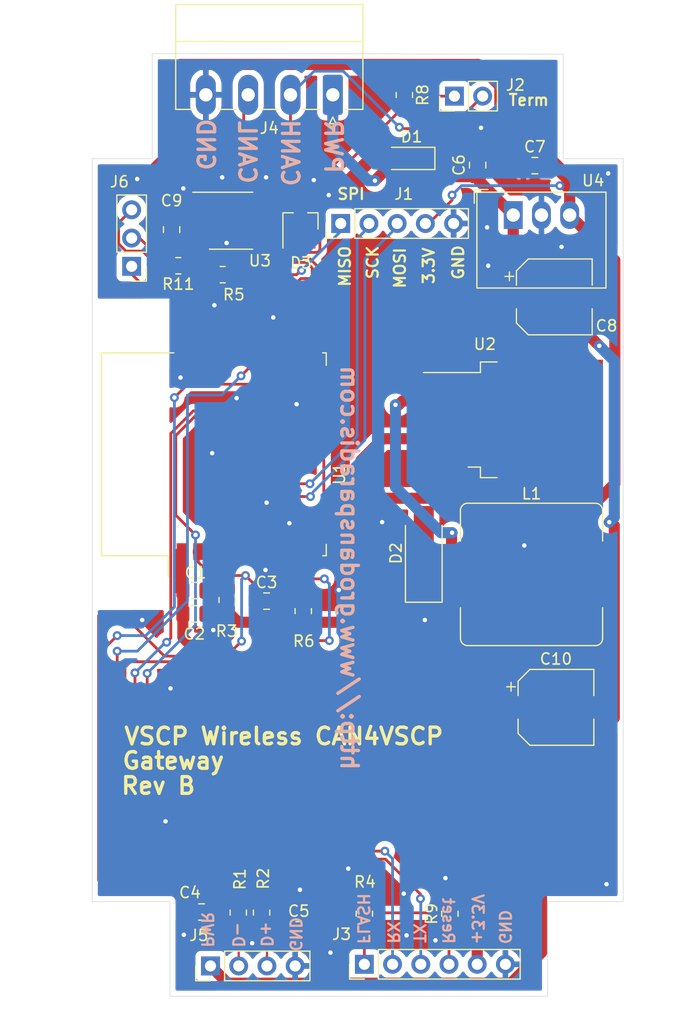
<source format=kicad_pcb>
(kicad_pcb (version 20211014) (generator pcbnew)
  (layers (0 "F.Cu" signal) (31 "B.Cu" signal) (34 "B.Paste" user) (35 "F.Paste" user) (36 "B.SilkS" user "B.Silkscreen") (37 "F.SilkS" user "F.Silkscreen") (38 "B.Mask" user) (39 "F.Mask" user) (44 "Edge.Cuts" user))
  (net 0 "")
  (net 1 "+3V3")
  (net 2 "GND")
  (net 3 "/reset")
  (net 4 "/USB D-")
  (net 5 "/USB D+")
  (net 6 "/ledb")
  (net 7 "/leda")
  (net 8 "Net-(J2-Pad1)")
  (net 9 "Net-(R1-Pad1)")
  (net 10 "Net-(R2-Pad1)")
  (net 11 "/txcan")
  (net 12 "/rxcan")
  (net 13 "/SCK")
  (net 14 "/MOSI")
  (net 15 "/MISO")
  (net 18 "+28V")
  (net 19 "/rx")
  (net 20 "/tx")
  (net 21 "Net-(J3-Pad4)")
  (net 22 "Net-(D1-Pad2)")
  (net 23 "Net-(D2-Pad1)")
  (net 24 "Net-(D3-Pad1)")
  (net 25 "Net-(D3-Pad2)")
  (net 26 "Net-(J6-Pad2)")
  (net 27 "Net-(J3-Pad1)")
  (net 29 "/io4")
  (net 30 "/io5")
  (net 31 "/io8")
  (footprint "Package_TO_SOT_SMD:SOT-23_Handsoldering" (layer "F.Cu") (at 138.45 81.05 90)
    (fp_text reference "D3")
    (fp_text value "NUP2105L" hide)
  )
  (footprint "Converter_DCDC:Converter_DCDC_RECOM_R-78B-2.0_THT" (layer "F.Cu") (at 157.6025 80.4925)
    (fp_text reference "U4")
    (fp_text value "R-78B3.3-1.0 (Recom)" hide)
  )
  (footprint "Resistor_SMD:R_0805_2012Metric" (layer "F.Cu") (at 127.45 85.05 180)
    (fp_text reference "R11")
    (fp_text value "470" hide)
  )
  (footprint "Capacitor_SMD:CP_Elec_6.3x9.9" (layer "F.Cu") (at 161.45 124.75)
    (fp_text reference "C10")
    (fp_text value "330uF/16V" hide)
  )
  (footprint "Resistor_SMD:R_0805_2012Metric_Pad1.20x1.40mm_HandSolder" (layer "F.Cu") (at 151.9 143.3125 90)
    (fp_text reference "R9")
    (fp_text value "470")
  )
  (footprint "Capacitor_SMD:CP_Elec_6.3x9.9" (layer "F.Cu") (at 161.3 87.85)
    (fp_text reference "C8")
    (fp_text value "100uF/50V" hide)
  )
  (footprint "Connector_PinHeader_2.54mm:PinHeader_1x03_P2.54mm_Vertical" (layer "F.Cu") (at 123.25 85.1 180)
    (fp_text reference "J6")
    (fp_text value "Conn_01x03" hide)
  )
  (footprint "Capacitor_SMD:C_0805_2012Metric_Pad1.18x1.45mm_HandSolder" (layer "F.Cu") (at 138.3 144.75)
    (fp_text reference "C5")
    (fp_text value "0.1uF" hide)
  )
  (footprint "Capacitor_SMD:C_0805_2012Metric_Pad1.18x1.45mm_HandSolder" (layer "F.Cu") (at 128.9 116.35)
    (fp_text reference "C2")
    (fp_text value "10uF" hide)
  )
  (footprint "Package_TO_SOT_SMD:TO-263-5_TabPin3" (layer "F.Cu") (at 157.6 98.9)
    (fp_text reference "U2")
    (fp_text value "LM2575-3.3BT" hide)
  )
  (footprint "Capacitor_SMD:C_0805_2012Metric_Pad1.18x1.45mm_HandSolder" (layer "F.Cu") (at 154.4 76 90)
    (fp_text reference "C6")
    (fp_text value "10uF" hide)
  )
  (footprint "Resistor_SMD:R_0805_2012Metric_Pad1.20x1.40mm_HandSolder" (layer "F.Cu") (at 132.85 143.2 -90)
    (fp_text reference "R1")
    (fp_text value "27R" hide)
  )
  (footprint "Capacitor_SMD:C_0805_2012Metric_Pad1.18x1.45mm_HandSolder" (layer "F.Cu") (at 135.4 115.2)
    (fp_text reference "C3")
    (fp_text value "1uF" hide)
  )
  (footprint "Connector_PinHeader_2.54mm:PinHeader_1x02_P2.54mm_Vertical" (layer "F.Cu") (at 152.31 69.8 90)
    (fp_text reference "J2")
    (fp_text value "Conn_01x02" hide)
  )
  (footprint "Resistor_SMD:R_0805_2012Metric_Pad1.20x1.40mm_HandSolder" (layer "F.Cu") (at 131.85 115.1 90)
    (fp_text reference "R3")
    (fp_text value "10K" hide)
  )
  (footprint "Connector_PinHeader_2.54mm:PinHeader_1x06_P2.54mm_Vertical" (layer "F.Cu") (at 144.2 147.85 90)
    (fp_text reference "J3")
    (fp_text value "Conn_01x06" hide)
  )
  (footprint "Capacitor_SMD:C_0805_2012Metric_Pad1.18x1.45mm_HandSolder" (layer "F.Cu") (at 159.55 76.05 180)
    (fp_text reference "C7")
    (fp_text value "1uF" hide)
  )
  (footprint "RF_Module:ESP-WROOM-02" (layer "F.Cu") (at 133.75 102 90)
    (fp_text reference "U1")
    (fp_text value "ESP32-C3-WROOM-02-N4" hide)
  )
  (footprint "Capacitor_SMD:C_0805_2012Metric_Pad1.18x1.45mm_HandSolder" (layer "F.Cu") (at 128.9 114.25)
    (fp_text reference "C1")
    (fp_text value "0.1uF" hide)
  )
  (footprint "Resistor_SMD:R_0805_2012Metric_Pad1.20x1.40mm_HandSolder" (layer "F.Cu") (at 131.45 85.85)
    (fp_text reference "R5")
    (fp_text value "10K" hide)
  )
  (footprint "Resistor_SMD:R_0805_2012Metric_Pad1.20x1.40mm_HandSolder" (layer "F.Cu") (at 144.2 143.3 90)
    (fp_text reference "R4")
    (fp_text value "470" hide)
  )
  (footprint "Package_SO:SOIC-8_3.9x4.9mm_P1.27mm" (layer "F.Cu") (at 132.2 81)
    (fp_text reference "U3")
    (fp_text value "SN65HVD232" hide)
  )
  (footprint "Diode_SMD:D_SMA_Handsoldering" (layer "F.Cu") (at 149.55 110.9 90)
    (fp_text reference "D2")
    (fp_text value "1N5822" hide)
  )
  (footprint "Connector_PinHeader_2.54mm:PinHeader_1x04_P2.54mm_Vertical" (layer "F.Cu") (at 130.35 148 90)
    (fp_text reference "J5")
    (fp_text value "Conn_01x04" hide)
  )
  (footprint "Resistor_SMD:R_0805_2012Metric_Pad1.20x1.40mm_HandSolder" (layer "F.Cu") (at 147.8 69.7 -90)
    (fp_text reference "R8")
    (fp_text value "120R" hide)
  )
  (footprint "Inductor_SMD:L_Bourns_SRR1260" (layer "F.Cu") (at 159.25 112.8)
    (fp_text reference "L1")
    (fp_text value "SRR1240-331K" hide)
  )
  (footprint "Connector_Phoenix_MC:PhoenixContact_MC_1,5_4-G-3.81_1x04_P3.81mm_Horizontal" (layer "F.Cu") (at 141.36 69.6825 180)
    (fp_text reference "J4")
    (fp_text value "Conn_01x04" hide)
  )
  (footprint "Connector_PinHeader_2.54mm:PinHeader_1x05_P2.54mm_Vertical" (layer "F.Cu") (at 142.075 81.25 90)
    (fp_text reference "J1")
    (fp_text value "Conn_01x05" hide)
  )
  (footprint "Resistor_SMD:R_0805_2012Metric_Pad1.20x1.40mm_HandSolder" (layer "F.Cu") (at 138.7 116.1 90)
    (fp_text reference "R6")
    (fp_text value "10K" hide)
  )
  (footprint "Capacitor_SMD:C_0805_2012Metric_Pad1.18x1.45mm_HandSolder" (layer "F.Cu") (at 126.85 81.8 90)
    (fp_text reference "C9")
    (fp_text value "100nF" hide)
  )
  (footprint "Resistor_SMD:R_0805_2012Metric_Pad1.20x1.40mm_HandSolder" (layer "F.Cu") (at 134.95 143.2 -90)
    (fp_text reference "R2")
    (fp_text value "27R" hide)
  )
  (footprint "Capacitor_SMD:C_0805_2012Metric_Pad1.18x1.45mm_HandSolder" (layer "F.Cu") (at 129.55 143.15 180)
    (fp_text reference "C4")
    (fp_text value "0.1uF" hide)
  )
  (footprint "Diode_SMD:D_SOD-123" (layer "F.Cu") (at 148.3 75.4 180)
    (fp_text reference "D1")
    (fp_text value "1N5819" hide)
  )
  (gr_line (start 125.1 75.425) (end 125.1 65.975) (layer "Edge.Cuts") (width 0.05))
  (gr_line (start 160.7 142.225) (end 160.7 150.725) (layer "Edge.Cuts") (width 0.05))
  (gr_line (start 167.5 75.425) (end 167.5 142.225) (layer "Edge.Cuts") (width 0.05))
  (gr_line (start 125.1 65.975) (end 162.1 66.025) (layer "Edge.Cuts") (width 0.05))
  (gr_line (start 167.5 142.225) (end 160.7 142.225) (layer "Edge.Cuts") (width 0.05))
  (gr_line (start 119.7 75.425) (end 119.7 142.225) (layer "Edge.Cuts") (width 0.05))
  (gr_line (start 125.1 75.425) (end 119.7 75.425) (layer "Edge.Cuts") (width 0.05))
  (gr_line (start 126.7 142.225) (end 126.7 150.725) (layer "Edge.Cuts") (width 0.05))
  (gr_line (start 160.7 150.725) (end 126.7 150.725) (layer "Edge.Cuts") (width 0.05))
  (gr_line (start 119.7 142.225) (end 126.7 142.225) (layer "Edge.Cuts") (width 0.05))
  (gr_line (start 162.1 75.425) (end 162.1 66.025) (layer "Edge.Cuts") (width 0.05))
  (gr_line (start 162.1 75.425) (end 167.5 75.425) (layer "Edge.Cuts") (width 0.05))
  (gr_text "PWR" (at 141.4 74.35 270) (layer "B.SilkS") (effects (font (size 1.5 1.5) (thickness 0.3)) (justify mirror)))
  (gr_text "CANL" (at 133.65 74.85 270) (layer "B.SilkS") (effects (font (size 1.5 1.5) (thickness 0.3)) (justify mirror)))
  (gr_text "FLASH" (at 144.1 143.75 270) (layer "B.SilkS") (effects (font (size 1 1) (thickness 0.2)) (justify mirror)))
  (gr_text "D+" (at 135.4 145.15 270) (layer "B.SilkS") (effects (font (size 1 1) (thickness 0.2)) (justify mirror)))
  (gr_text "GND" (at 138 145.15 270) (layer "B.SilkS") (effects (font (size 1 1) (thickness 0.2)) (justify mirror)))
  (gr_text "+3.3V" (at 154.4 143.8 270) (layer "B.SilkS") (effects (font (size 1 1) (thickness 0.2)) (justify mirror)))
  (gr_text "TX" (at 149.15 145.05 270) (layer "B.SilkS") (effects (font (size 1 1) (thickness 0.2)) (justify mirror)))
  (gr_text "GND" (at 129.9 74.15 270) (layer "B.SilkS") (effects (font (size 1.5 1.5) (thickness 0.3)) (justify mirror)))
  (gr_text "Reset" (at 151.75 143.95 270) (layer "B.SilkS") (effects (font (size 1 1) (thickness 0.2)) (justify mirror)))
  (gr_text "http://www.grodansparadis.com" (at 142.85 112.2 270) (layer "B.SilkS") (effects (font (size 1.5 1.5) (thickness 0.3)) (justify mirror)))
  (gr_text "CANH" (at 137.5 74.9 270) (layer "B.SilkS") (effects (font (size 1.5 1.5) (thickness 0.3)) (justify mirror)))
  (gr_text "GND" (at 156.85 144.5 270) (layer "B.SilkS") (effects (font (size 1 1) (thickness 0.2)) (justify mirror)))
  (gr_text "PWR" (at 130.05 144.75 270) (layer "B.SilkS") (effects (font (size 1 1) (thickness 0.2)) (justify mirror)))
  (gr_text "D-" (at 132.85 145.2 270) (layer "B.SilkS") (effects (font (size 1 1) (thickness 0.2)) (justify mirror)))
  (gr_text "RX" (at 146.8 145 270) (layer "B.SilkS") (effects (font (size 1 1) (thickness 0.2)) (justify mirror)))
  (gr_text "Gateway" (at 127 129.55) (layer "F.SilkS") (effects (font (size 1.5 1.5) (thickness 0.3))))
  (gr_text "MISO" (at 142.45 85.1 90) (layer "F.SilkS") (effects (font (size 1 1) (thickness 0.2))))
  (gr_text "GND" (at 152.65 84.75 90) (layer "F.SilkS") (effects (font (size 1 1) (thickness 0.2))))
  (gr_text "SCK" (at 144.95 84.75 90) (layer "F.SilkS") (effects (font (size 1 1) (thickness 0.2))))
  (gr_text "SPI" (at 143 78.6) (layer "F.SilkS") (effects (font (size 1 1) (thickness 0.2))))
  (gr_text "3.3V" (at 150 85.05 90) (layer "F.SilkS") (effects (font (size 1 1) (thickness 0.2))))
  (gr_text "VSCP Wireless CAN4VSCP" (at 136.95 127.35) (layer "F.SilkS") (effects (font (size 1.5 1.5) (thickness 0.3))))
  (gr_text "Rev B" (at 125.65 131.8) (layer "F.SilkS") (effects (font (size 1.5 1.5) (thickness 0.3))))
  (gr_text "Term" (at 159 70.15) (layer "F.SilkS") (effects (font (size 1 1) (thickness 0.2))))
  (gr_text "MOSI" (at 147.4 85.25 90) (layer "F.SilkS") (effects (font (size 1 1) (thickness 0.2))))
  (segment (start 127.8625 114.25) (end 127.8625 116.35) (width 1) (layer "F.Cu") (net 1))
  (segment (start 151.825 100.6) (end 145.85 100.6) (width 1) (layer "F.Cu") (net 1))
  (segment (start 166.75 84.56) (end 166.75 104.624022) (width 1) (layer "F.Cu") (net 1))
  (segment (start 162.6825 77.1325) (end 156.399511 70.849511) (width 1) (layer "F.Cu") (net 1))
  (segment (start 127.6625 114.2) (end 127.6625 110.8375) (width 1) (layer "F.Cu") (net 1))
  (segment (start 127.6625 110.8375) (end 127.75 110.75) (width 1) (layer "F.Cu") (net 1))
  (segment (start 162.6825 77.4825) (end 162.6825 80.4925) (width 1) (layer "F.Cu") (net 1))
  (segment (start 127.75 110.75) (end 127.7 110.75) (width 1) (layer "F.Cu") (net 1))
  (segment (start 158.65 124.75) (end 154.36 129.04) (width 1) (layer "F.Cu") (net 1))
  (segment (start 125.42548 76.17452) (end 126.85 74.75) (width 1) (layer "F.Cu") (net 1))
  (segment (start 128.0525 81.635) (end 129.725 81.635) (width 0.25) (layer "F.Cu") (net 1))
  (segment (start 145.85 100.6) (end 143.899511 102.550489) (width 1) (layer "F.Cu") (net 1))
  (segment (start 156.399511 68.899511) (end 154.90048 67.40048) (width 1) (layer "F.Cu") (net 1))
  (segment (start 125.42548 76.17452) (end 125.42548 81.493304) (width 1) (layer "F.Cu") (net 1))
  (segment (start 127.8625 116.35) (end 127.8625 118.4625) (width 1) (layer "F.Cu") (net 1))
  (segment (start 149.995 81.25) (end 152.1 79.145) (width 0.25) (layer "F.Cu") (net 1))
  (segment (start 154.45 66.95) (end 154.90048 67.40048) (width 1) (layer "F.Cu") (net 1))
  (segment (start 162.6825 80.4925) (end 162.6825 77.1325) (width 1) (layer "F.Cu") (net 1))
  (segment (start 156.399511 70.849511) (end 156.399511 68.899511) (width 1) (layer "F.Cu") (net 1))
  (segment (start 126.85 82.8375) (end 126.85 83.625) (width 0.25) (layer "F.Cu") (net 1))
  (segment (start 132.05 118.2) (end 131.2 119.05) (width 1) (layer "F.Cu") (net 1))
  (segment (start 161.25 76.05) (end 162.6825 77.4825) (width 1) (layer "F.Cu") (net 1))
  (segment (start 165.423533 105.950489) (end 143.899511 105.950489) (width 1) (layer "F.Cu") (net 1))
  (segment (start 126.85 67.75) (end 127.65 66.95) (width 1) (layer "F.Cu") (net 1))
  (segment (start 126.85 74.75) (end 126.85 67.75) (width 1) (layer "F.Cu") (net 1))
  (segment (start 129.8 85.2) (end 130.45 85.85) (width 0.25) (layer "F.Cu") (net 1))
  (segment (start 164.1 112.8) (end 158.65 118.25) (width 1) (layer "F.Cu") (net 1))
  (segment (start 126.769676 82.8375) (end 126.85 82.8375) (width 1) (layer "F.Cu") (net 1))
  (segment (start 131.85 117.55) (end 132.05 117.75) (width 1) (layer "F.Cu") (net 1))
  (segment (start 166.75 104.624022) (end 165.423533 105.950489) (width 1) (layer "F.Cu") (net 1))
  (segment (start 127.65 66.95) (end 154.45 66.95) (width 1) (layer "F.Cu") (net 1))
  (segment (start 126.85 82.8375) (end 128.0525 81.635) (width 0.25) (layer "F.Cu") (net 1))
  (segment (start 132.05 117.75) (end 132.05 118.2) (width 1) (layer "F.Cu") (net 1))
  (segment (start 126.85 83.625) (end 128.425 85.2) (width 0.25) (layer "F.Cu") (net 1))
  (segment (start 138.7 117.1) (end 142.05 117.1) (width 1) (layer "F.Cu") (net 1))
  (segment (start 128.45 119.05) (end 127.8625 118.4625) (width 1) (layer "F.Cu") (net 1))
  (segment (start 154.36 129.04) (end 154.36 147.85) (width 1) (layer "F.Cu") (net 1))
  (segment (start 142.05 117.1) (end 143.899511 115.250489) (width 1) (layer "F.Cu") (net 1))
  (segment (start 152.1 79.145) (end 152.1 78.7) (width 0.25) (layer "F.Cu") (net 1))
  (segment (start 158.65 118.25) (end 158.65 124.75) (width 1) (layer "F.Cu") (net 1))
  (segment (start 132.85 117.1) (end 131.85 116.1) (width 1) (layer "F.Cu") (net 1))
  (segment (start 131.85 116.1) (end 131.85 117.55) (width 1) (layer "F.Cu") (net 1))
  (segment (start 162.6825 78.7325) (end 162.6825 80.4925) (width 0.25) (layer "F.Cu") (net 1))
  (segment (start 138.7 117.1) (end 132.85 117.1) (width 1) (layer "F.Cu") (net 1))
  (segment (start 162.6825 80.4925) (end 166.75 84.56) (width 1) (layer "F.Cu") (net 1))
  (segment (start 143.899511 102.550489) (end 143.899511 105.950489) (width 1) (layer "F.Cu") (net 1))
  (segment (start 164.1 112.8) (end 164.1 107.274022) (width 1) (layer "F.Cu") (net 1))
  (segment (start 143.899511 115.250489) (end 143.899511 105.950489) (width 1) (layer "F.Cu") (net 1))
  (segment (start 128.425 85.2) (end 129.8 85.2) (width 0.25) (layer "F.Cu") (net 1))
  (segment (start 125.42548 81.493304) (end 126.769676 82.8375) (width 1) (layer "F.Cu") (net 1))
  (segment (start 164.1 107.274022) (end 165.423533 105.950489) (width 1) (layer "F.Cu") (net 1))
  (segment (start 131.2 119.05) (end 128.45 119.05) (width 1) (layer "F.Cu") (net 1))
  (segment (start 160.5875 76.05) (end 161.25 76.05) (width 1) (layer "F.Cu") (net 1))
  (segment (start 161.8 77.85) (end 162.6825 78.7325) (width 0.25) (layer "F.Cu") (net 1))
  (via (at 161.8 77.85) (size 0.8) (drill 0.4) (layers "F.Cu" "B.Cu") (net 1))
  (via (at 152.1 78.7) (size 0.8) (drill 0.4) (layers "F.Cu" "B.Cu") (net 1))
  (segment (start 152.1 78.7) (end 152.95 77.85) (width 0.25) (layer "B.Cu") (net 1))
  (segment (start 152.95 77.85) (end 161.8 77.85) (width 0.25) (layer "B.Cu") (net 1))
  (segment (start 129.9375 117.1375) (end 130.6 117.8) (width 0.25) (layer "F.Cu") (net 2))
  (segment (start 129.9375 116.35) (end 129.9375 117.1375) (width 0.25) (layer "F.Cu") (net 2))
  (segment (start 129.3275 80.7625) (end 129.725 80.365) (width 0.25) (layer "F.Cu") (net 2))
  (segment (start 129.9375 116.35) (end 129.9375 114.25) (width 0.25) (layer "F.Cu") (net 2))
  (segment (start 126.85 80.7625) (end 129.3275 80.7625) (width 0.25) (layer "F.Cu") (net 2))
  (via (at 135.4 106.35) (size 0.8) (drill 0.4) (layers "F.Cu" "B.Cu") (net 2))
  (via (at 138.4 141.15) (size 0.8) (drill 0.4) (layers "F.Cu" "B.Cu") (net 2))
  (via (at 130.7 88.6) (size 0.8) (drill 0.4) (layers "F.Cu" "B.Cu") (net 2))
  (via (at 151.5 140.1) (size 0.8) (drill 0.4) (layers "F.Cu" "B.Cu") (net 2))
  (via (at 148 145.25) (size 0.8) (drill 0.4) (layers "F.Cu" "B.Cu") (net 2))
  (via (at 142.75 139.25) (size 0.8) (drill 0.4) (layers "F.Cu" "B.Cu") (net 2))
  (via (at 141.9 114.2) (size 0.8) (drill 0.4) (layers "F.Cu" "B.Cu") (net 2))
  (via (at 137.45 108.2) (size 0.8) (drill 0.4) (layers "F.Cu" "B.Cu") (net 2))
  (via (at 130.5 101.9) (size 0.8) (drill 0.4) (layers "F.Cu" "B.Cu") (net 2))
  (via (at 131.8 83) (size 0.8) (drill 0.4) (layers "F.Cu" "B.Cu") (net 2))
  (via (at 147.75 141.5) (size 0.8) (drill 0.4) (layers "F.Cu" "B.Cu") (net 2))
  (via (at 126.3 135) (size 0.8) (drill 0.4) (layers "F.Cu" "B.Cu") (net 2))
  (via (at 138.1 97.5) (size 0.8) (drill 0.4) (layers "F.Cu" "B.Cu") (net 2))
  (via (at 145.8 108.1) (size 0.8) (drill 0.4) (layers "F.Cu" "B.Cu") (net 2))
  (via (at 149.65 116.9) (size 0.8) (drill 0.4) (layers "F.Cu" "B.Cu") (net 2))
  (via (at 132.7 96.95) (size 0.8) (drill 0.4) (layers "F.Cu" "B.Cu") (net 2))
  (via (at 134.1 145.95) (size 0.8) (drill 0.4) (layers "F.Cu" "B.Cu") (net 2))
  (via (at 135.3 112.4) (size 0.8) (drill 0.4) (layers "F.Cu" "B.Cu") (net 2))
  (via (at 139.65 77.35) (size 0.8) (drill 0.4) (layers "F.Cu" "B.Cu") (net 2))
  (via (at 127.95 145.2) (size 0.8) (drill 0.4) (layers "F.Cu" "B.Cu") (net 2))
  (via (at 154.7 72.65) (size 0.8) (drill 0.4) (layers "F.Cu" "B.Cu") (net 2))
  (via (at 124.2 116.9) (size 0.8) (drill 0.4) (layers "F.Cu" "B.Cu") (net 2))
  (via (at 166.15 76.75) (size 0.8) (drill 0.4) (layers "F.Cu" "B.Cu") (net 2))
  (via (at 135.35 77.1) (size 0.8) (drill 0.4) (layers "F.Cu" "B.Cu") (net 2))
  (via (at 166 140.65) (size 0.8) (drill 0.4) (layers "F.Cu" "B.Cu") (net 2))
  (via (at 131.4 77.1) (size 0.8) (drill 0.4) (layers "F.Cu" "B.Cu") (net 2))
  (via (at 161.95 83.35) (size 0.8) (drill 0.4) (layers "F.Cu" "B.Cu") (net 2))
  (via (at 126.75 123.05) (size 0.8) (drill 0.4) (layers "F.Cu" "B.Cu") (net 2))
  (via (at 141 78.7) (size 0.8) (drill 0.4) (layers "F.Cu" "B.Cu") (net 2))
  (via (at 155.35 85.05) (size 0.8) (drill 0.4) (layers "F.Cu" "B.Cu") (net 2))
  (via (at 127.9 78.1) (size 0.8) (drill 0.4) (layers "F.Cu" "B.Cu") (net 2))
  (via (at 158.6 110.2) (size 0.8) (drill 0.4) (layers "F.Cu" "B.Cu") (net 2))
  (via (at 123.75 77.25) (size 0.8) (drill 0.4) (layers "F.Cu" "B.Cu") (net 2))
  (via (at 136 89.7) (size 0.8) (drill 0.4) (layers "F.Cu" "B.Cu") (net 2))
  (via (at 130.6 117.8) (size 0.8) (drill 0.4) (layers "F.Cu" "B.Cu") (net 2))
  (via (at 127.65 95.1) (size 0.8) (drill 0.4) (layers "F.Cu" "B.Cu") (net 2))
  (via (at 141.15 146.8) (size 0.8) (drill 0.4) (layers "F.Cu" "B.Cu") (net 2))
  (via (at 155.25 81.6) (size 0.8) (drill 0.4) (layers "F.Cu" "B.Cu") (net 2))
  (via (at 150.6 145.7) (size 0.8) (drill 0.4) (layers "F.Cu" "B.Cu") (net 2))
  (segment (start 129.25 111.7) (end 129.25 110.8) (width 0.25) (layer "F.Cu") (net 3))
  (segment (start 134.3625 113.7625) (end 134.3625 115.2) (width 0.25) (layer "F.Cu") (net 3))
  (segment (start 131.49952 142.437027) (end 131.49952 142.462013) (width 0.25) (layer "F.Cu") (net 3))
  (segment (start 122.57502 116.52502) (end 126.2 120.15) (width 0.25) (layer "F.Cu") (net 3))
  (segment (start 133.5 112.9) (end 134.3625 113.7625) (width 0.25) (layer "F.Cu") (net 3))
  (segment (start 131.05 113.5) (end 131.85 113.5) (width 0.25) (layer "F.Cu") (net 3))
  (segment (start 132.25 112.9) (end 131.85 113.3) (width 0.25) (layer "F.Cu") (net 3))
  (segment (start 131.49952 142.462013) (end 132.312987 143.27548) (width 0.25) (layer "F.Cu") (net 3))
  (segment (start 129.762013 140.69952) (end 120.713803 140.69952) (width 0.25) (layer "F.Cu") (net 3))
  (segment (start 120.27498 116.52502) (end 122.57502 116.52502) (width 0.25) (layer "F.Cu") (net 3))
  (segment (start 131.85 113.5) (end 131.85 114.1) (width 0.25) (layer "F.Cu") (net 3))
  (segment (start 129.25 110.75) (end 129.25 110.8) (width 1) (layer "F.Cu") (net 3))
  (segment (start 151.9 142.3125) (end 150.98798 143.22452) (width 0.25) (layer "F.Cu") (net 3))
  (segment (start 133.5 112.9) (end 132.25 112.9) (width 0.25) (layer "F.Cu") (net 3))
  (segment (start 136.462973 143.05048) (end 136.237973 143.27548) (width 0.25) (layer "F.Cu") (net 3))
  (segment (start 150.98798 143.22452) (end 142.47548 143.22452) (width 0.25) (layer "F.Cu") (net 3))
  (segment (start 131.05 113.5) (end 129.25 111.7) (width 0.25) (layer "F.Cu") (net 3))
  (segment (start 126.2 120.15) (end 131.8 120.15) (width 0.25) (layer "F.Cu") (net 3))
  (segment (start 142.30144 143.05048) (end 136.462973 143.05048) (width 0.25) (layer "F.Cu") (net 3))
  (segment (start 132.312987 143.27548) (end 136.237973 143.27548) (width 0.25) (layer "F.Cu") (net 3))
  (segment (start 142.47548 143.22452) (end 142.30144 143.05048) (width 0.25) (layer "F.Cu") (net 3))
  (segment (start 120.713803 140.69952) (end 120.27498 140.260697) (width 0.25) (layer "F.Cu") (net 3))
  (segment (start 120.27498 140.260697) (end 120.27498 116.52502) (width 0.25) (layer "F.Cu") (net 3))
  (segment (start 131.85 113.3) (end 131.85 113.5) (width 0.25) (layer "F.Cu") (net 3))
  (segment (start 131.49952 142.437027) (end 129.762013 140.69952) (width 0.25) (layer "F.Cu") (net 3))
  (segment (start 131.8 120.15) (end 133.15 118.8) (width 0.25) (layer "F.Cu") (net 3))
  (via (at 133.5 112.9) (size 0.8) (drill 0.4) (layers "F.Cu" "B.Cu") (net 3))
  (via (at 133.15 118.8) (size 0.8) (drill 0.4) (layers "F.Cu" "B.Cu") (net 3))
  (segment (start 133.15 113.25) (end 133.5 112.9) (width 0.25) (layer "B.Cu") (net 3))
  (segment (start 133.15 118.8) (end 133.15 113.25) (width 0.25) (layer "B.Cu") (net 3))
  (segment (start 130.5875 143.3875) (end 131.4 144.2) (width 0.2) (layer "F.Cu") (net 4))
  (segment (start 132.85 144.2) (end 132.89 144.24) (width 0.2) (layer "F.Cu") (net 4))
  (segment (start 130.5875 143.15) (end 130.5875 143.3875) (width 0.2) (layer "F.Cu") (net 4))
  (segment (start 131.4 144.2) (end 132.85 144.2) (width 0.2) (layer "F.Cu") (net 4))
  (segment (start 132.89 144.24) (end 132.89 148) (width 0.2) (layer "F.Cu") (net 4))
  (segment (start 134.95 144.2) (end 134.95 145) (width 0.2) (layer "F.Cu") (net 5))
  (segment (start 135.43 145.48) (end 135.43 148) (width 0.2) (layer "F.Cu") (net 5))
  (segment (start 134.95 145) (end 135.43 145.48) (width 0.2) (layer "F.Cu") (net 5))
  (segment (start 135.5 144.75) (end 134.95 144.2) (width 0.2) (layer "F.Cu") (net 5))
  (segment (start 137.2625 144.75) (end 135.5 144.75) (width 0.2) (layer "F.Cu") (net 5))
  (segment (start 122.075489 83.075489) (end 122.075489 81.194511) (width 0.25) (layer "F.Cu") (net 6))
  (segment (start 122.075489 81.194511) (end 123.25 80.02) (width 0.25) (layer "F.Cu") (net 6))
  (segment (start 125.25 86.3) (end 125.25 84.750978) (width 0.25) (layer "F.Cu") (net 6))
  (segment (start 129.25 93.25) (end 129.249999 87.801782) (width 0.25) (layer "F.Cu") (net 6))
  (segment (start 125.25 84.750978) (end 124.233533 83.734511) (width 0.25) (layer "F.Cu") (net 6))
  (segment (start 122.734511 83.734511) (end 122.075489 83.075489) (width 0.25) (layer "F.Cu") (net 6))
  (segment (start 129.249999 87.801782) (end 127.748217 86.3) (width 0.25) (layer "F.Cu") (net 6))
  (segment (start 127.748217 86.3) (end 125.25 86.3) (width 0.25) (layer "F.Cu") (net 6))
  (segment (start 124.233533 83.734511) (end 122.734511 83.734511) (width 0.25) (layer "F.Cu") (net 6))
  (segment (start 124.85 87.4) (end 127.05 87.4) (width 0.25) (layer "F.Cu") (net 7))
  (segment (start 123.25 85.8) (end 124.85 87.4) (width 0.25) (layer "F.Cu") (net 7))
  (segment (start 123.25 85.1) (end 123.25 85.8) (width 0.25) (layer "F.Cu") (net 7))
  (segment (start 127.05 87.4) (end 127.75 88.1) (width 0.25) (layer "F.Cu") (net 7))
  (segment (start 127.75 88.1) (end 127.75 93.25) (width 0.25) (layer "F.Cu") (net 7))
  (segment (start 148.9 69.8) (end 147.8 68.7) (width 0.25) (layer "F.Cu") (net 8))
  (segment (start 152.31 69.8) (end 148.9 69.8) (width 0.25) (layer "F.Cu") (net 8))
  (segment (start 135.25 94.55) (end 135.25 93.25) (width 0.25) (layer "F.Cu") (net 9))
  (segment (start 120.9 119.35) (end 120.9 139.4) (width 0.25) (layer "F.Cu") (net 9))
  (segment (start 121.95 118.3) (end 120.9 119.35) (width 0.25) (layer "F.Cu") (net 9))
  (segment (start 127.1 96.9) (end 128.3 95.7) (width 0.25) (layer "F.Cu") (net 9))
  (segment (start 120.9 140.25) (end 130.9 140.25) (width 0.25) (layer "F.Cu") (net 9))
  (segment (start 134.1 95.7) (end 135.25 94.55) (width 0.25) (layer "F.Cu") (net 9))
  (segment (start 120.9 139.4) (end 120.9 140.25) (width 0.25) (layer "F.Cu") (net 9))
  (segment (start 128.3 95.7) (end 134.1 95.7) (width 0.25) (layer "F.Cu") (net 9))
  (segment (start 130.9 140.25) (end 132.85 142.2) (width 0.25) (layer "F.Cu") (net 9))
  (via (at 121.95 118.3) (size 0.8) (drill 0.4) (layers "F.Cu" "B.Cu") (net 9))
  (via (at 127.1 96.9) (size 0.8) (drill 0.4) (layers "F.Cu" "B.Cu") (net 9))
  (segment (start 121.95 118.3) (end 124.526804 118.3) (width 0.25) (layer "B.Cu") (net 9))
  (segment (start 127.1 115.726804) (end 127.1 96.9) (width 0.25) (layer "B.Cu") (net 9))
  (segment (start 124.526804 118.3) (end 127.1 115.726804) (width 0.25) (layer "B.Cu") (net 9))
  (segment (start 131.39952 139.80048) (end 122.40048 139.80048) (width 0.25) (layer "F.Cu") (net 10))
  (segment (start 122.40048 139.80048) (end 121.95 139.35) (width 0.25) (layer "F.Cu") (net 10))
  (segment (start 134.35 140.45) (end 134.95 141.05) (width 0.25) (layer "F.Cu") (net 10))
  (segment (start 131.39952 139.80048) (end 132.04904 140.45) (width 0.25) (layer "F.Cu") (net 10))
  (segment (start 132.04904 140.45) (end 134.35 140.45) (width 0.25) (layer "F.Cu") (net 10))
  (segment (start 134.95 141.05) (end 134.95 142.2) (width 0.25) (layer "F.Cu") (net 10))
  (segment (start 121.95 139.35) (end 121.95 119.7) (width 0.25) (layer "F.Cu") (net 10))
  (segment (start 133.75 93.25) (end 133.75 94.3) (width 0.25) (layer "F.Cu") (net 10))
  (segment (start 133.75 94.3) (end 133.1 94.95) (width 0.25) (layer "F.Cu") (net 10))
  (via (at 121.95 119.7) (size 0.8) (drill 0.4) (layers "F.Cu" "B.Cu") (net 10))
  (via (at 133.1 94.95) (size 0.8) (drill 0.4) (layers "F.Cu" "B.Cu") (net 10))
  (segment (start 128.275489 96.674511) (end 128.275489 114.775489) (width 0.25) (layer "B.Cu") (net 10))
  (segment (start 128.275489 114.775489) (end 128.275489 115.187032) (width 0.25) (layer "B.Cu") (net 10))
  (segment (start 128.275489 115.187032) (end 123.762521 119.7) (width 0.25) (layer "B.Cu") (net 10))
  (segment (start 131.375489 96.674511) (end 128.275489 96.674511) (width 0.25) (layer "B.Cu") (net 10))
  (segment (start 123.762521 119.7) (end 121.95 119.7) (width 0.25) (layer "B.Cu") (net 10))
  (segment (start 133.1 94.95) (end 131.375489 96.674511) (width 0.25) (layer "B.Cu") (net 10))
  (segment (start 131.745 79.095) (end 131.745 81.621072) (width 0.25) (layer "F.Cu") (net 11))
  (segment (start 138.25 110.75) (end 138.25 112.6) (width 0.25) (layer "F.Cu") (net 11))
  (segment (start 139.186198 84.30048) (end 140.55 85.664282) (width 0.25) (layer "F.Cu") (net 11))
  (segment (start 131.745 81.621072) (end 134.424408 84.30048) (width 0.25) (layer "F.Cu") (net 11))
  (segment (start 136.35 118.75) (end 141.05 118.75) (width 0.25) (layer "F.Cu") (net 11))
  (segment (start 138.85 113.2) (end 140.6 113.2) (width 0.25) (layer "F.Cu") (net 11))
  (segment (start 134.424408 84.30048) (end 139.186198 84.30048) (width 0.25) (layer "F.Cu") (net 11))
  (segment (start 141.05 139.15) (end 123.85 139.15) (width 0.25) (layer "F.Cu") (net 11))
  (segment (start 138.25 110.3) (end 138.25 110.75) (width 0.25) (layer "F.Cu") (net 11))
  (segment (start 123.15 120.65) (end 134.45 120.65) (width 0.25) (layer "F.Cu") (net 11))
  (segment (start 122.65 137.95) (end 122.65 121.15) (width 0.25) (layer "F.Cu") (net 11))
  (segment (start 123.85 139.15) (end 122.65 137.95) (width 0.25) (layer "F.Cu") (net 11))
  (segment (start 129.725 79.095) (end 131.745 79.095) (width 0.25) (layer "F.Cu") (net 11))
  (segment (start 138.25 112.6) (end 138.85 113.2) (width 0.25) (layer "F.Cu") (net 11))
  (segment (start 122.65 121.15) (end 123.15 120.65) (width 0.25) (layer "F.Cu") (net 11))
  (segment (start 140.55 108) (end 138.25 110.3) (width 0.25) (layer "F.Cu") (net 11))
  (segment (start 144.2 142.3) (end 141.05 139.15) (width 0.25) (layer "F.Cu") (net 11))
  (segment (start 140.55 85.664282) (end 140.55 108) (width 0.25) (layer "F.Cu") (net 11))
  (segment (start 134.45 120.65) (end 136.35 118.75) (width 0.25) (layer "F.Cu") (net 11))
  (via (at 140.6 113.2) (size 0.8) (drill 0.4) (layers "F.Cu" "B.Cu") (net 11))
  (via (at 141.05 118.75) (size 0.8) (drill 0.4) (layers "F.Cu" "B.Cu") (net 11))
  (segment (start 140.6 113.2) (end 141.05 113.65) (width 0.25) (layer "B.Cu") (net 11))
  (segment (start 141.05 113.65) (end 141.05 118.75) (width 0.25) (layer "B.Cu") (net 11))
  (segment (start 129.725 82.905) (end 131.569989 84.749989) (width 0.25) (layer "F.Cu") (net 12))
  (segment (start 131.569989 84.749989) (end 138.999989 84.749989) (width 0.25) (layer "F.Cu") (net 12))
  (segment (start 138.475386 86.2) (end 137.525386 87.15) (width 0.25) (layer "F.Cu") (net 12))
  (segment (start 137.525386 87.15) (end 134.05 87.15) (width 0.25) (layer "F.Cu") (net 12))
  (segment (start 132.25 91.1) (end 132.25 93.25) (width 0.25) (layer "F.Cu") (net 12))
  (segment (start 139.5 86.2) (end 138.475386 86.2) (width 0.25) (layer "F.Cu") (net 12))
  (segment (start 132.9 90.45) (end 132.25 91.1) (width 0.25) (layer "F.Cu") (net 12))
  (segment (start 134.05 87.15) (end 132.9 88.3) (width 0.25) (layer "F.Cu") (net 12))
  (segment (start 138.999989 84.749989) (end 139.5 85.25) (width 0.25) (layer "F.Cu") (net 12))
  (segment (start 139.5 85.25) (end 139.5 86.2) (width 0.25) (layer "F.Cu") (net 12))
  (segment (start 132.9 88.3) (end 132.9 90.45) (width 0.25) (layer "F.Cu") (net 12))
  (segment (start 135.7 104.65) (end 139.3 104.65) (width 0.25) (layer "F.Cu") (net 13))
  (segment (start 133.75 106.6) (end 135.7 104.65) (width 0.25) (layer "F.Cu") (net 13))
  (segment (start 133.75 110.75) (end 133.75 106.6) (width 0.25) (layer "F.Cu") (net 13))
  (via (at 139.3 104.65) (size 0.8) (drill 0.4) (layers "F.Cu" "B.Cu") (net 13))
  (segment (start 143.549511 100.400489) (end 143.549511 82.615489) (width 0.25) (layer "B.Cu") (net 13))
  (segment (start 139.3 104.65) (end 143.549511 100.400489) (width 0.25) (layer "B.Cu") (net 13))
  (segment (start 143.549511 82.615489) (end 144.915 81.25) (width 0.25) (layer "B.Cu") (net 13))
  (segment (start 135.25 110.75) (end 135.25 107.8) (width 0.25) (layer "F.Cu") (net 14))
  (segment (start 135.25 107.8) (end 137.25 105.8) (width 0.25) (layer "F.Cu") (net 14))
  (segment (start 137.25 105.8) (end 139.35 105.8) (width 0.25) (layer "F.Cu") (net 14))
  (via (at 139.35 105.8) (size 0.8) (drill 0.4) (layers "F.Cu" "B.Cu") (net 14))
  (segment (start 144.25 84.455) (end 147.455 81.25) (width 0.25) (layer "B.Cu") (net 14))
  (segment (start 139.600103 105.374511) (end 144.25 100.724614) (width 0.25) (layer "B.Cu") (net 14))
  (segment (start 144.25 100.724614) (end 144.25 84.455) (width 0.25) (layer "B.Cu") (net 14))
  (segment (start 138.1 85.85) (end 138.4755 85.4745) (width 0.25) (layer "F.Cu") (net 15))
  (segment (start 132.45 88.6375) (end 132.45 85.85) (width 0.25) (layer "F.Cu") (net 15))
  (segment (start 138.4755 85.4745) (end 138.55 85.4745) (width 0.25) (layer "F.Cu") (net 15))
  (segment (start 130.75 90.3375) (end 130.75 93.25) (width 0.25) (layer "F.Cu") (net 15))
  (segment (start 132.45 85.85) (end 138.1 85.85) (width 0.25) (layer "F.Cu") (net 15))
  (segment (start 132.45 88.6375) (end 130.75 90.3375) (width 0.25) (layer "F.Cu") (net 15))
  (via (at 138.55 85.4745) (size 0.8) (drill 0.4) (layers "F.Cu" "B.Cu") (net 15))
  (segment (start 142.375 81.6495) (end 142.375 81.25) (width 0.25) (layer "B.Cu") (net 15))
  (segment (start 138.55 85.4745) (end 142.375 81.6495) (width 0.25) (layer "B.Cu") (net 15))
  (segment (start 157.39183 149.549511) (end 160.15 146.791341) (width 1) (layer "F.Cu") (net 18))
  (segment (start 157.6025 80.4925) (end 157.6025 86.9525) (width 1) (layer "F.Cu") (net 18))
  (segment (start 157.6025 86.9525) (end 158.5 87.85) (width 0.25) (layer "F.Cu") (net 18))
  (segment (start 155.9 90.45) (end 151.825 94.525) (width 1) (layer "F.Cu") (net 18))
  (segment (start 149.95 75.4) (end 149.95 75.6) (width 0.25) (layer "F.Cu") (net 18))
  (segment (start 151.825 94.525) (end 151.825 95.5) (width 1) (layer "F.Cu") (net 18))
  (segment (start 151.3875 77.0375) (end 154.4 77.0375) (width 1) (layer "F.Cu") (net 18))
  (segment (start 131.899511 149.549511) (end 157.39183 149.549511) (width 1) (layer "F.Cu") (net 18))
  (segment (start 160.15 132.242824) (end 166.7 125.692824) (width 1) (layer "F.Cu") (net 18))
  (segment (start 154.4 77.29) (end 157.6025 80.4925) (width 1) (layer "F.Cu") (net 18))
  (segment (start 149.95 75.6) (end 151.3875 77.0375) (width 1) (layer "F.Cu") (net 18))
  (segment (start 160.15 146.791341) (end 160.15 132.242824) (width 1) (layer "F.Cu") (net 18))
  (segment (start 130.35 148) (end 131.899511 149.549511) (width 1) (layer "F.Cu") (net 18))
  (segment (start 166.4 108.1) (end 166.25 108.1) (width 1) (layer "F.Cu") (net 18))
  (segment (start 163.55 90.45) (end 155.9 90.45) (width 1) (layer "F.Cu") (net 18))
  (segment (start 154.4 77.0375) (end 154.4 77.29) (width 0.25) (layer "F.Cu") (net 18))
  (segment (start 166.7 125.692824) (end 166.7 108.4) (width 1) (layer "F.Cu") (net 18))
  (segment (start 165.35 92.25) (end 163.55 90.45) (width 1) (layer "F.Cu") (net 18))
  (segment (start 166.7 108.4) (end 166.4 108.1) (width 1) (layer "F.Cu") (net 18))
  (segment (start 158.5 87.85) (end 155.9 90.45) (width 1) (layer "F.Cu") (net 18))
  (via (at 166.25 108.1) (size 0.8) (drill 0.4) (layers "F.Cu" "B.Cu") (net 18))
  (via (at 165.35 92.25) (size 0.8) (drill 0.4) (layers "F.Cu" "B.Cu") (net 18))
  (segment (start 166.25 108.1) (end 166.7 107.65) (width 1) (layer "B.Cu") (net 18))
  (segment (start 166.7 93.6) (end 165.35 92.25) (width 1) (layer "B.Cu") (net 18))
  (segment (start 166.7 107.65) (end 166.7 93.6) (width 1) (layer "B.Cu") (net 18))
  (segment (start 133.224511 98.575489) (end 128.999051 98.575489) (width 0.25) (layer "F.Cu") (net 19))
  (segment (start 124.65 137.2) (end 124.7 137.25) (width 0.25) (layer "F.Cu") (net 19))
  (segment (start 138.25 93.25) (end 138.25 93.55) (width 0.25) (layer "F.Cu") (net 19))
  (segment (start 127.22454 100.311178) (end 127.22454 107.47454) (width 0.25) (layer "F.Cu") (net 19))
  (segment (start 124.7 137.25) (end 125.1255 137.6755) (width 0.25) (layer "F.Cu") (net 19))
  (segment (start 128.960229 98.575489) (end 127.22454 100.311178) (width 0.25) (layer "F.Cu") (net 19))
  (segment (start 125.1255 137.6755) (end 146.05 137.6755) (width 0.25) (layer "F.Cu") (net 19))
  (segment (start 127.22454 107.47454) (end 129 109.25) (width 0.25) (layer "F.Cu") (net 19))
  (segment (start 124.65 121.7) (end 124.65 137.2) (width 0.25) (layer "F.Cu") (net 19))
  (segment (start 138.25 93.55) (end 133.224511 98.575489) (width 0.25) (layer "F.Cu") (net 19))
  (segment (start 128.999051 98.575489) (end 128.960229 98.575489) (width 0.25) (layer "F.Cu") (net 19))
  (via (at 124.65 121.7) (size 0.8) (drill 0.4) (layers "F.Cu" "B.Cu") (net 19))
  (via (at 146.05 137.6755) (size 0.8) (drill 0.4) (layers "F.Cu" "B.Cu") (net 19))
  (via (at 129 109.25) (size 0.8) (drill 0.4) (layers "F.Cu" "B.Cu") (net 19))
  (segment (start 129 117.35) (end 124.65 121.7) (width 0.25) (layer "B.Cu") (net 19))
  (segment (start 146.74 138.3655) (end 146.74 147.85) (width 0.25) (layer "B.Cu") (net 19))
  (segment (start 129 109.25) (end 129 117.35) (width 0.25) (layer "B.Cu") (net 19))
  (segment (start 146.05 137.6755) (end 146.74 138.3655) (width 0.25) (layer "B.Cu") (net 19))
  (segment (start 146.1 138.4) (end 149.25 141.55) (width 0.25) (layer "F.Cu") (net 20))
  (segment (start 123.55 137.75) (end 124.2 138.4) (width 0.25) (layer "F.Cu") (net 20))
  (segment (start 132.9 97.9) (end 132.75 98.05) (width 0.25) (layer "F.Cu") (net 20))
  (segment (start 136.75 93.25) (end 136.75 94.05) (width 0.25) (layer "F.Cu") (net 20))
  (segment (start 132.95 97.85) (end 132.9 97.9) (width 0.25) (layer "F.Cu") (net 20))
  (segment (start 132.7 98.1) (end 128.8 98.1) (width 0.25) (layer "F.Cu") (net 20))
  (segment (start 126.77502 100.12498) (end 126.77502 118.52498) (width 0.25) (layer "F.Cu") (net 20))
  (segment (start 132.75 98.05) (end 132.7 98.1) (width 0.25) (layer "F.Cu") (net 20))
  (segment (start 136.75 94.05) (end 132.95 97.85) (width 0.25) (layer "F.Cu") (net 20))
  (segment (start 124.2 138.4) (end 141.9 138.4) (width 0.25) (layer "F.Cu") (net 20))
  (segment (start 123.55 121.65) (end 123.55 137.75) (width 0.25) (layer "F.Cu") (net 20))
  (segment (start 149.25 141.55) (end 149.25 141.95) (width 0.25) (layer "F.Cu") (net 20))
  (segment (start 126.77502 118.52498) (end 126.4 118.9) (width 0.25) (layer "F.Cu") (net 20))
  (segment (start 141.9 138.4) (end 146.1 138.4) (width 0.25) (layer "F.Cu") (net 20))
  (segment (start 128.8 98.1) (end 126.77502 100.12498) (width 0.25) (layer "F.Cu") (net 20))
  (via (at 126.4 118.9) (size 0.8) (drill 0.4) (layers "F.Cu" "B.Cu") (net 20))
  (via (at 149.25 141.95) (size 0.8) (drill 0.4) (layers "F.Cu" "B.Cu") (net 20))
  (via (at 123.55 121.65) (size 0.8) (drill 0.4) (layers "F.Cu" "B.Cu") (net 20))
  (segment (start 149.28 141.98) (end 149.28 147.85) (width 0.25) (layer "B.Cu") (net 20))
  (segment (start 126.4 118.9) (end 126.3 118.9) (width 0.25) (layer "B.Cu") (net 20))
  (segment (start 126.3 118.9) (end 123.55 121.65) (width 0.25) (layer "B.Cu") (net 20))
  (segment (start 149.25 141.95) (end 149.28 141.98) (width 0.25) (layer "B.Cu") (net 20))
  (segment (start 151.82 144.3925) (end 151.82 147.85) (width 0.25) (layer "F.Cu") (net 21))
  (segment (start 151.9 144.3125) (end 151.82 144.3925) (width 0.25) (layer "F.Cu") (net 21))
  (segment (start 146.65 75.9) (end 145.15 77.4) (width 1) (layer "F.Cu") (net 22))
  (segment (start 146.65 75.4) (end 146.65 75.9) (width 0.25) (layer "F.Cu") (net 22))
  (via (at 145.15 77.4) (size 0.8) (drill 0.4) (layers "F.Cu" "B.Cu") (net 22))
  (segment (start 145.15 77.4) (end 144.55 77.4) (width 1) (layer "B.Cu") (net 22))
  (segment (start 144.55 77.4) (end 141.36 74.21) (width 1) (layer "B.Cu") (net 22))
  (segment (start 141.36 74.21) (end 141.36 69.6825) (width 1) (layer "B.Cu") (net 22))
  (segment (start 147.65 97.2) (end 147.3 97.55) (width 1) (layer "F.Cu") (net 23))
  (segment (start 154.4 112.8) (end 150.15 112.8) (width 1) (layer "F.Cu") (net 23))
  (segment (start 147.3 97.55) (end 147 97.55) (width 1) (layer "F.Cu") (net 23))
  (segment (start 150.15 112.8) (end 149.55 113.4) (width 1) (layer "F.Cu") (net 23))
  (segment (start 151.825 97.2) (end 147.65 97.2) (width 1) (layer "F.Cu") (net 23))
  (segment (start 154.4 112.8) (end 152.05 110.45) (width 1) (layer "F.Cu") (net 23))
  (segment (start 152.05 110.45) (end 152.05 109.1) (width 1) (layer "F.Cu") (net 23))
  (segment (start 152.05 109.1) (end 152.1 109.05) (width 1) (layer "F.Cu") (net 23))
  (via (at 152.1 109.05) (size 0.8) (drill 0.4) (layers "F.Cu" "B.Cu") (net 23))
  (via (at 147 97.55) (size 0.8) (drill 0.4) (layers "F.Cu" "B.Cu") (net 23))
  (segment (start 151.1 109.05) (end 152.1 109.05) (width 1) (layer "B.Cu") (net 23))
  (segment (start 147 97.55) (end 147 104.95) (width 1) (layer "B.Cu") (net 23))
  (segment (start 147 104.95) (end 151.1 109.05) (width 1) (layer "B.Cu") (net 23))
  (segment (start 140.2 78.3) (end 140.2 83.65) (width 0.25) (layer "F.Cu") (net 24))
  (segment (start 134.298928 81.635) (end 134.675 81.635) (width 0.25) (layer "F.Cu") (net 24))
  (segment (start 138.8 83.85) (end 137.5 82.55) (width 0.25) (layer "F.Cu") (net 24))
  (segment (start 133.34 80.676072) (end 134.298928 81.635) (width 0.25) (layer "F.Cu") (net 24))
  (segment (start 136.585 81.635) (end 134.675 81.635) (width 0.25) (layer "F.Cu") (net 24))
  (segment (start 137.5 82.55) (end 136.585 81.635) (width 0.25) (layer "F.Cu") (net 24))
  (segment (start 147.8 70.7) (end 140.2 78.3) (width 0.25) (layer "F.Cu") (net 24))
  (segment (start 133.34 70.0825) (end 133.74 69.6825) (width 0.25) (layer "F.Cu") (net 24))
  (segment (start 140 83.85) (end 138.8 83.85) (width 0.25) (layer "F.Cu") (net 24))
  (segment (start 140.2 83.65) (end 140 83.85) (width 0.25) (layer "F.Cu") (net 24))
  (segment (start 133.34 80.676072) (end 133.34 70.0825) (width 0.25) (layer "F.Cu") (net 24))
  (segment (start 136.175 79.375) (end 139.35 82.55) (width 0.25) (layer "F.Cu") (net 25))
  (segment (start 134.675 80.365) (end 135.185 80.365) (width 0.25) (layer "F.Cu") (net 25))
  (segment (start 151.92548 72.72452) (end 147.399888 72.72452) (width 0.25) (layer "F.Cu") (net 25))
  (segment (start 135.97452 79.06548) (end 137.55 77.49) (width 0.25) (layer "F.Cu") (net 25))
  (segment (start 147.399888 72.649888) (end 147.35 72.6) (width 0.25) (layer "F.Cu") (net 25))
  (segment (start 137.55 77.49) (end 137.55 69.6825) (width 0.25) (layer "F.Cu") (net 25))
  (segment (start 135.97452 79.17452) (end 135.97452 79.06548) (width 0.25) (layer "F.Cu") (net 25))
  (segment (start 147.399888 72.72452) (end 147.399888 72.649888) (width 0.25) (layer "F.Cu") (net 25))
  (segment (start 151.92548 72.72452) (end 154.85 69.8) (width 0.25) (layer "F.Cu") (net 25))
  (segment (start 135.185 80.365) (end 136.175 79.375) (width 0.25) (layer "F.Cu") (net 25))
  (segment (start 136.175 79.375) (end 135.97452 79.17452) (width 0.25) (layer "F.Cu") (net 25))
  (segment (start 139.35 82.55) (end 139.4 82.55) (width 0.25) (layer "F.Cu") (net 25))
  (via (at 147.35 72.6) (size 0.8) (drill 0.4) (layers "F.Cu" "B.Cu") (net 25))
  (segment (start 147.35 72.6) (end 142.30798 67.55798) (width 0.25) (layer "B.Cu") (net 25))
  (segment (start 139.67452 67.55798) (end 137.55 69.6825) (width 0.25) (layer "B.Cu") (net 25))
  (segment (start 142.30798 67.55798) (end 139.67452 67.55798) (width 0.25) (layer "B.Cu") (net 25))
  (segment (start 123.96 82.56) (end 123.25 82.56) (width 0.25) (layer "F.Cu") (net 26))
  (segment (start 126.6 85.2) (end 123.96 82.56) (width 0.25) (layer "F.Cu") (net 26))
  (segment (start 144.2 144.3) (end 144.2 147.85) (width 0.25) (layer "F.Cu") (net 27))
  (segment (start 136.75 110.75) (end 136.75 113.15) (width 0.25) (layer "F.Cu") (net 31))
  (segment (start 136.75 113.15) (end 138.7 115.1) (width 0.25) (layer "F.Cu") (net 31))
  (zone (net 2) (net_name "GND") (layer "F.Cu") (connect_pads (clearance 0.508)) (min_thickness 0.254) (fill yes (thermal_gap 0.508) (thermal_bridge_width 0.508))
    (polygon (pts (xy 171.95 153.25) (xy 111.4 153.05) (xy 112.4 64.65) (xy 112.3 64.55) (xy 172.45 64.45)))
  )
  (zone (net 2) (net_name "GND") (layer "B.Cu") (connect_pads (clearance 0.508)) (min_thickness 0.254) (fill yes (thermal_gap 0.508) (thermal_bridge_width 0.508))
    (polygon (pts (xy 163.75 65.5) (xy 163.65 73.95) (xy 169.7 74.9) (xy 169.3 143.2) (xy 162.4 143.95) (xy 161.75 151.75) (xy 124.95 151.55) (xy 124.65 143.7) (xy 117.2 143.35) (xy 114.05 116.25) (xy 113.85 84.85) (xy 117.35 83.6) (xy 117.95 72.05) (xy 112.55 64.6) (xy 112.35 64.4)))
  )
)
</source>
